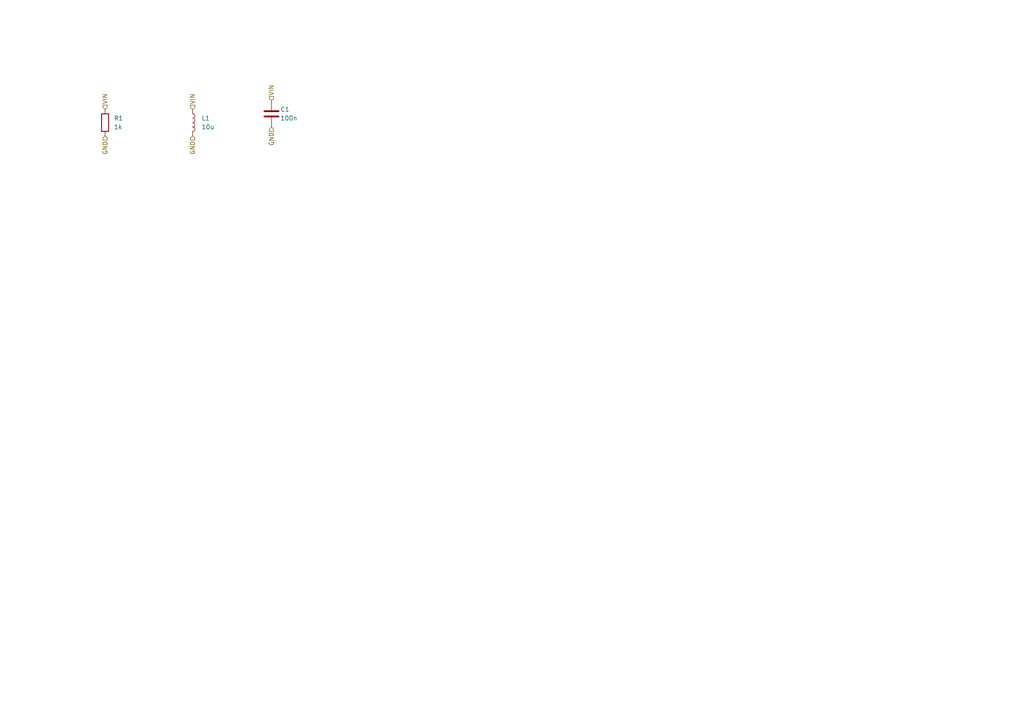
<source format=kicad_sch>
(kicad_sch (version 20250114) (generator "circuit_synth") (generator_version "0.8.36")
  (paper "A4")
  (title_block (title "mixed_circuit"))
  (lib_symbols
    (symbol "Device:R" (pin_numbers (hide yes)) (pin_names (offset 0))
      (property "Reference" "R" (at 2.032 0 90))
      (property "Value" "R" (at 0 0 90))
      (symbol "R_0_1"
        (rectangle (start -1.016 -2.54) (end 1.016 2.54) (stroke (width 0.254)))
      )
      (symbol "R_1_1"
        (pin passive line (at 0 3.81 270) (length 1.27) (name "~") (number "1"))
        (pin passive line (at 0 -3.81 90) (length 1.27) (name "~") (number "2"))
      )
    )
    (symbol "Device:C" (pin_numbers (hide yes)) (pin_names (offset 0.254))
      (property "Reference" "C" (at 0.635 2.54 0))
      (property "Value" "C" (at 0.635 -2.54 0))
      (symbol "C_0_1"
        (polyline (pts (xy -2.032 0.762) (xy 2.032 0.762)) (stroke (width 0.508)))
        (polyline (pts (xy -2.032 -0.762) (xy 2.032 -0.762)) (stroke (width 0.508)))
      )
      (symbol "C_1_1"
        (pin passive line (at 0 3.81 270) (length 2.794) (name "~") (number "1"))
        (pin passive line (at 0 -3.81 90) (length 2.794) (name "~") (number "2"))
      )
    )
    (symbol "Device:L" (pin_numbers (hide yes)) (pin_names (offset 1.016) (hide yes))
      (property "Reference" "L" (at -1.27 0 90))
      (property "Value" "L" (at 1.905 0 90))
      (symbol "L_0_1"
        (arc (start 0 2.54) (mid 0.6323 1.905) (end 0 1.27))
        (arc (start 0 1.27) (mid 0.6323 0.635) (end 0 0))
        (arc (start 0 0) (mid 0.6323 -0.635) (end 0 -1.27))
        (arc (start 0 -1.27) (mid 0.6323 -1.905) (end 0 -2.54))
      )
      (symbol "L_1_1"
        (pin passive line (at 0 3.81 270) (length 1.27) (name "1") (number "1"))
        (pin passive line (at 0 -3.81 90) (length 1.27) (name "2") (number "2"))
      )
    )
  )
  (symbol (lib_id "Device:R") (at 30.48 35.56 0) (unit 1)
    (property "Reference" "R1" (at 33.02 34.2899 0) (effects (justify left)))
    (property "Value" "1k" (at 33.02 36.8299 0) (effects (justify left)))
    (property "Footprint" "Resistor_SMD:R_0603_1608Metric" (effects (hide yes)))
    (property "hierarchy_path" "/07d7eecf-5ec1-454f-b5f5-fcb37e7b3c3c" (effects (hide yes)))
    (property "project_name" "mixed_circuit" (effects (hide yes)))
    (property "root_uuid" "07d7eecf-5ec1-454f-b5f5-fcb37e7b3c3c" (effects (hide yes)))
  )
  (symbol (lib_id "Device:C") (at 78.74 33.02 0) (unit 1)
    (property "Reference" "C1" (at 81.28 31.7499 0) (effects (justify left)))
    (property "Value" "100n" (at 81.28 34.2899 0) (effects (justify left)))
    (property "Footprint" "Capacitor_SMD:C_0603_1608Metric" (effects (hide yes)))
    (property "hierarchy_path" "/07d7eecf-5ec1-454f-b5f5-fcb37e7b3c3c" (effects (hide yes)))
    (property "project_name" "mixed_circuit" (effects (hide yes)))
    (property "root_uuid" "07d7eecf-5ec1-454f-b5f5-fcb37e7b3c3c" (effects (hide yes)))
  )
  (symbol (lib_id "Device:L") (at 55.88 35.56 0) (unit 1)
    (property "Reference" "L1" (at 58.42 34.2899 0) (effects (justify left)))
    (property "Value" "10u" (at 58.42 36.8299 0) (effects (justify left)))
    (property "Footprint" "Inductor_SMD:L_0603_1608Metric" (effects (hide yes)))
    (property "hierarchy_path" "/07d7eecf-5ec1-454f-b5f5-fcb37e7b3c3c" (effects (hide yes)))
    (property "project_name" "mixed_circuit" (effects (hide yes)))
    (property "root_uuid" "07d7eecf-5ec1-454f-b5f5-fcb37e7b3c3c" (effects (hide yes)))
  )
  (hierarchical_label "VIN" (shape input) (at 30.48 31.75 90))
  (hierarchical_label "VIN" (shape input) (at 78.74 29.21 90))
  (hierarchical_label "VIN" (shape input) (at 55.88 31.75 90))
  (hierarchical_label "GND" (shape input) (at 30.48 39.37 270))
  (hierarchical_label "GND" (shape input) (at 78.74 36.83 270))
  (hierarchical_label "GND" (shape input) (at 55.88 39.37 270))
)
</source>
